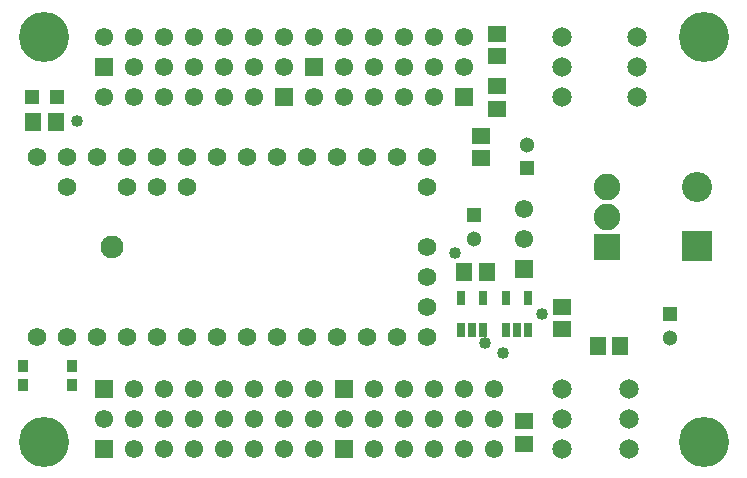
<source format=gts>
G04 DipTrace 3.0.0.0*
G04 Teensy-Arbotix-mini.gts*
%MOIN*%
G04 #@! TF.FileFunction,Soldermask,Top*
G04 #@! TF.Part,Single*
%ADD13C,0.04*%
%ADD32R,0.047244X0.047244*%
%ADD36C,0.040004*%
%ADD40C,0.06194*%
%ADD43C,0.065199*%
%ADD55C,0.167*%
%ADD57R,0.025622X0.045307*%
%ADD61C,0.088614*%
%ADD63R,0.088614X0.088614*%
%ADD67C,0.076*%
%ADD69R,0.037433X0.04137*%
%ADD71R,0.053181X0.061055*%
%ADD75C,0.100425*%
%ADD77R,0.100425X0.100425*%
%ADD79C,0.061055*%
%ADD81R,0.061055X0.061055*%
%ADD83C,0.051213*%
%ADD85R,0.051213X0.051213*%
%ADD87R,0.061055X0.053181*%
%FSLAX26Y26*%
G04*
G70*
G90*
G75*
G01*
G04 TopMask*
%LPD*%
D55*
X2743701Y543701D3*
X543701D3*
Y1893701D3*
X2743701D3*
D13*
X2013701Y873701D3*
X2273701Y913701D3*
X1913701Y1173701D3*
X653701Y1613701D3*
X2073701Y838701D3*
X2203701Y968701D3*
D87*
X2053701Y1828701D3*
Y1903504D3*
D85*
X2628701Y968701D3*
D83*
Y889961D3*
D85*
X1974331Y1298071D3*
D83*
Y1219331D3*
D85*
X2153071Y1454331D3*
D83*
Y1533071D3*
D87*
X2143701Y611103D3*
Y536299D3*
D81*
X1443701Y1793701D3*
D79*
Y1893701D3*
X1543701Y1793701D3*
Y1893701D3*
X1643701Y1793701D3*
Y1893701D3*
X1743701Y1793701D3*
Y1893701D3*
X1843701Y1793701D3*
Y1893701D3*
X1943701Y1793701D3*
Y1893701D3*
D81*
Y1693701D3*
D79*
X1843701D3*
X1743701D3*
X1643701D3*
X1543701D3*
X1443701D3*
D81*
X743701Y1793701D3*
D79*
Y1893701D3*
X843701Y1793701D3*
Y1893701D3*
X943701Y1793701D3*
Y1893701D3*
X1043701Y1793701D3*
Y1893701D3*
X1143701Y1793701D3*
Y1893701D3*
X1243701Y1793701D3*
Y1893701D3*
X1343701Y1793701D3*
Y1893701D3*
D81*
Y1693701D3*
D79*
X1243701D3*
X1143701D3*
X1043701D3*
X943701D3*
X843701D3*
X743701D3*
D81*
Y518701D3*
D79*
Y618701D3*
X843701Y518701D3*
Y618701D3*
X943701Y518701D3*
Y618701D3*
X1043701Y518701D3*
Y618701D3*
X1143701Y518701D3*
Y618701D3*
X1243701Y518701D3*
Y618701D3*
X1343701Y518701D3*
Y618701D3*
X1443701Y518701D3*
Y618701D3*
D81*
X743701Y718701D3*
D79*
X843701D3*
X943701D3*
X1043701D3*
X1143701D3*
X1243701D3*
X1343701D3*
X1443701D3*
D81*
X1543701Y518701D3*
D79*
Y618701D3*
X1643701Y518701D3*
Y618701D3*
X1743701Y518701D3*
Y618701D3*
X1843701Y518701D3*
Y618701D3*
X1943701Y518701D3*
Y618701D3*
X2043701Y518701D3*
Y618701D3*
D81*
X1543701Y718701D3*
D79*
X1643701D3*
X1743701D3*
X1843701D3*
X1943701D3*
X2043701D3*
D81*
X2143701Y1118701D3*
D79*
Y1218701D3*
Y1318701D3*
D77*
X2718701Y1195276D3*
D75*
Y1392126D3*
D32*
X585040Y1693701D3*
X502362D3*
D87*
X2053701Y1653701D3*
Y1728504D3*
X1998701Y1488701D3*
Y1563504D3*
D71*
X506299Y1608701D3*
X581103D3*
D69*
X473701Y733701D3*
X635118D3*
Y796693D3*
X473701D3*
D36*
X768701Y1193701D3*
D67*
D3*
D40*
X518701Y893701D3*
X618701D3*
X718701D3*
X818701D3*
X918701D3*
X1018701D3*
X1118701D3*
X1218701D3*
X1318701D3*
X1418701D3*
X1518701D3*
X1618701D3*
X1718701D3*
X1818701D3*
Y1193701D3*
Y1093701D3*
Y993701D3*
Y1393701D3*
Y1493701D3*
X1718701D3*
X1618701D3*
X1518701D3*
X1418701D3*
X1318701D3*
X1218701D3*
X1118701D3*
X1018701D3*
X918701D3*
X818701D3*
X718701D3*
X618701D3*
X518701D3*
X618701Y1393701D3*
X818701D3*
X918701D3*
X1018701D3*
D63*
X2418701Y1193701D3*
D61*
Y1293701D3*
Y1393701D3*
D71*
X1943701Y1108701D3*
X2018504D3*
D87*
X2268701Y993701D3*
Y918898D3*
D43*
Y1893701D3*
Y1793701D3*
Y1693701D3*
X2518701Y1893701D3*
Y1793701D3*
Y1693701D3*
X2268701Y518701D3*
Y618701D3*
Y718701D3*
X2493701Y518701D3*
Y618701D3*
Y718701D3*
D71*
X2388701Y863701D3*
X2463504D3*
D57*
X1931299Y915551D3*
X1968701D3*
X2006103D3*
Y1021851D3*
X1931299D3*
X2081299Y915551D3*
X2118701D3*
X2156103D3*
Y1021851D3*
X2081299D3*
M02*

</source>
